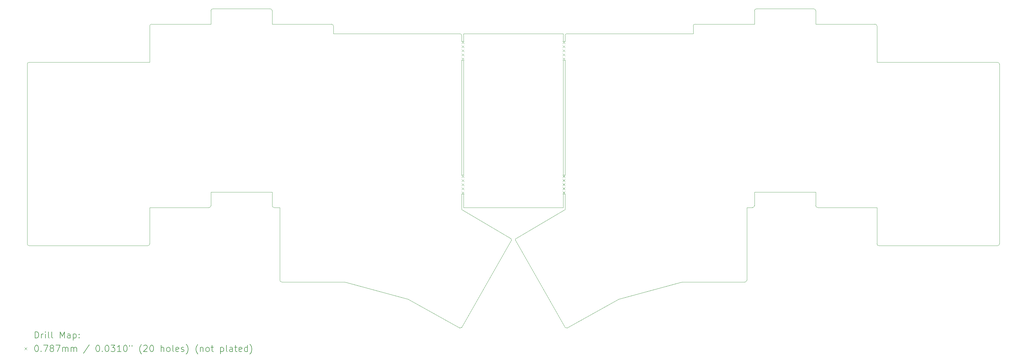
<source format=gbr>
%TF.GenerationSoftware,KiCad,Pcbnew,7.0.2-6a45011f42~172~ubuntu22.04.1*%
%TF.CreationDate,2023-05-03T16:22:16+02:00*%
%TF.ProjectId,bottom,626f7474-6f6d-42e6-9b69-6361645f7063,rev?*%
%TF.SameCoordinates,Original*%
%TF.FileFunction,Drillmap*%
%TF.FilePolarity,Positive*%
%FSLAX45Y45*%
G04 Gerber Fmt 4.5, Leading zero omitted, Abs format (unit mm)*
G04 Created by KiCad (PCBNEW 7.0.2-6a45011f42~172~ubuntu22.04.1) date 2023-05-03 16:22:16*
%MOMM*%
%LPD*%
G01*
G04 APERTURE LIST*
%ADD10C,0.100000*%
%ADD11C,0.200000*%
%ADD12C,0.078740*%
G04 APERTURE END LIST*
D10*
X18727093Y-8283243D02*
X18786625Y-8283243D01*
X21941784Y-17195502D02*
G75*
G03*
X22001315Y-17212938I44656J42122D01*
G01*
X18667562Y-8045118D02*
X14738496Y-8045118D01*
X20411407Y-14432404D02*
G75*
G03*
X20393970Y-14474498I42143J-42116D01*
G01*
X18727093Y-8878556D02*
X18786625Y-8878556D01*
X18727093Y-13045747D02*
X18786624Y-13045747D01*
X18727093Y-8938087D02*
X18727093Y-8878556D01*
X5273019Y-8938088D02*
G75*
G03*
X5213488Y-8997619I11J-59542D01*
G01*
X27894913Y-7271212D02*
G75*
G03*
X27835382Y-7330742I-13J-59518D01*
G01*
X21941783Y-13521997D02*
X20411406Y-14432403D01*
X12833494Y-13402935D02*
G75*
G03*
X12893026Y-13462466I59526J-5D01*
G01*
X10928493Y-7330742D02*
X10928493Y-7747461D01*
X18727093Y-8104649D02*
X18727093Y-8283243D01*
X14738499Y-7806993D02*
G75*
G03*
X14678965Y-7747461I-59529J3D01*
G01*
X25930380Y-8045118D02*
X22001315Y-8045118D01*
X20257471Y-14432403D02*
X18727093Y-13521998D01*
X13071623Y-15724655D02*
G75*
G03*
X13131151Y-15784187I59537J5D01*
G01*
X14678965Y-7747461D02*
X12833495Y-7747462D01*
X21882252Y-12450434D02*
X21882252Y-8878556D01*
X12833489Y-7330742D02*
G75*
G03*
X12773963Y-7271211I-59519J12D01*
G01*
X9083022Y-7747461D02*
G75*
G03*
X9023491Y-7806993I-2J-59529D01*
G01*
X18786624Y-8045118D02*
X18786625Y-8283243D01*
X31645386Y-13462466D02*
X31645385Y-14593561D01*
X10928493Y-7747461D02*
X9083022Y-7747461D01*
X9023491Y-7806993D02*
X9023491Y-8938088D01*
X25573193Y-15784187D02*
X27537725Y-15784187D01*
X9023491Y-13462466D02*
X10868962Y-13462466D01*
X29740384Y-7747461D02*
X29740383Y-7330742D01*
X31645378Y-7806993D02*
G75*
G03*
X31585854Y-7747462I-59518J13D01*
G01*
X27775851Y-13462472D02*
G75*
G03*
X27835382Y-13402935I-31J59562D01*
G01*
X27835382Y-7330742D02*
X27835382Y-7747461D01*
X18786625Y-13462466D02*
X21882252Y-13462466D01*
X10928493Y-12986216D02*
X12833495Y-12986216D01*
X27597257Y-15724655D02*
X27597257Y-13462466D01*
X18727093Y-17195502D02*
X20274907Y-14474498D01*
X21882252Y-8045118D02*
X18786624Y-8045118D01*
X12833495Y-7747462D02*
X12833494Y-7330742D01*
X13071620Y-13462466D02*
X13071620Y-15724655D01*
X18727093Y-12450434D02*
X18727093Y-8938087D01*
X21882252Y-13462466D02*
X21882252Y-13045747D01*
X15095684Y-15784186D02*
X17060217Y-16319969D01*
X18667563Y-17212935D02*
G75*
G03*
X18727093Y-17195502I14877J59555D01*
G01*
X27537725Y-15784187D02*
G75*
G03*
X27597257Y-15724655I5J59527D01*
G01*
X21941783Y-12450434D02*
X21882252Y-12450434D01*
X29680852Y-7271211D02*
X27894913Y-7271211D01*
X9023491Y-8938088D02*
X5273019Y-8938087D01*
X10988024Y-7271203D02*
G75*
G03*
X10928493Y-7330742I6J-59537D01*
G01*
X20393970Y-14474498D02*
X21941783Y-17195502D01*
X12833495Y-12986216D02*
X12833494Y-13402935D01*
X13131151Y-15784187D02*
X15095684Y-15784186D01*
X29799915Y-13462466D02*
X31645386Y-13462466D01*
X29740384Y-13402935D02*
G75*
G03*
X29799915Y-13462466I59546J15D01*
G01*
X5213488Y-8997619D02*
X5213488Y-14593560D01*
X5213488Y-14593560D02*
G75*
G03*
X5273020Y-14653092I59522J-10D01*
G01*
X17060217Y-16319969D02*
X18667562Y-17212938D01*
X14738496Y-8045118D02*
X14738496Y-7806993D01*
X10868962Y-13462463D02*
G75*
G03*
X10928493Y-13402935I8J59523D01*
G01*
X22001315Y-8045123D02*
G75*
G03*
X21941783Y-8104649I5J-59537D01*
G01*
X18727092Y-8104649D02*
G75*
G03*
X18667562Y-8045118I-59522J9D01*
G01*
X31645385Y-8938087D02*
X31645385Y-7806993D01*
X21882252Y-8283243D02*
X21882252Y-8045118D01*
X8963960Y-14653101D02*
G75*
G03*
X9023491Y-14593561I0J59531D01*
G01*
X12893026Y-13462466D02*
X13071620Y-13462466D01*
X9023491Y-14593561D02*
X9023491Y-13462466D01*
X21941784Y-8283243D02*
X21941783Y-8104649D01*
X21941783Y-13045747D02*
X21941783Y-13521997D01*
X12773963Y-7271211D02*
X10988024Y-7271211D01*
X18786624Y-13045747D02*
X18786625Y-13462466D01*
X20274907Y-14474498D02*
G75*
G03*
X20257471Y-14432403I-59487J18D01*
G01*
X21882252Y-13045747D02*
X21941783Y-13045747D01*
X10928493Y-13402935D02*
X10928493Y-12986216D01*
X18786625Y-8878556D02*
X18786625Y-8938087D01*
X27835382Y-12986216D02*
X29740384Y-12986215D01*
X21882252Y-8878556D02*
X21941783Y-8878556D01*
X35395857Y-14653098D02*
G75*
G03*
X35455388Y-14593561I-7J59538D01*
G01*
X21941783Y-8878556D02*
X21941783Y-12450434D01*
X18786625Y-8938087D02*
X18786624Y-12450434D01*
X31645388Y-14593561D02*
G75*
G03*
X31704917Y-14653092I59532J1D01*
G01*
X35455388Y-14593561D02*
X35455388Y-8997618D01*
X18786624Y-12450434D02*
X18727093Y-12450434D01*
X27597257Y-13462466D02*
X27775851Y-13462466D01*
X31704917Y-14653092D02*
X35395857Y-14653092D01*
X25930381Y-7806993D02*
X25930380Y-8045118D01*
X35455393Y-8997618D02*
G75*
G03*
X35395857Y-8938087I-59533J-2D01*
G01*
X27835382Y-7747461D02*
X25989912Y-7747461D01*
X27835382Y-13402935D02*
X27835382Y-12986216D01*
X35395857Y-8938087D02*
X31645385Y-8938087D01*
X31585854Y-7747462D02*
X29740384Y-7747461D01*
X5273020Y-14653092D02*
X8963960Y-14653092D01*
X29740389Y-7330742D02*
G75*
G03*
X29680852Y-7271211I-59539J-8D01*
G01*
X29740384Y-12986215D02*
X29740383Y-13402935D01*
X21882252Y-8283243D02*
X21941784Y-8283243D01*
X23608660Y-16319969D02*
X25573193Y-15784187D01*
X18727093Y-13521998D02*
X18727093Y-13045747D01*
X22001315Y-17212938D02*
X23608660Y-16319969D01*
X25989912Y-7747461D02*
G75*
G03*
X25930381Y-7806993I8J-59539D01*
G01*
D11*
D12*
X18724115Y-8283713D02*
X18802855Y-8362453D01*
X18802855Y-8283713D02*
X18724115Y-8362453D01*
X18724115Y-8410713D02*
X18802855Y-8489453D01*
X18802855Y-8410713D02*
X18724115Y-8489453D01*
X18724115Y-8537713D02*
X18802855Y-8616453D01*
X18802855Y-8537713D02*
X18724115Y-8616453D01*
X18724115Y-8664713D02*
X18802855Y-8743453D01*
X18802855Y-8664713D02*
X18724115Y-8743453D01*
X18724115Y-8791713D02*
X18802855Y-8870453D01*
X18802855Y-8791713D02*
X18724115Y-8870453D01*
X18724115Y-12453713D02*
X18802855Y-12532453D01*
X18802855Y-12453713D02*
X18724115Y-12532453D01*
X18724115Y-12580713D02*
X18802855Y-12659453D01*
X18802855Y-12580713D02*
X18724115Y-12659453D01*
X18724115Y-12707713D02*
X18802855Y-12786453D01*
X18802855Y-12707713D02*
X18724115Y-12786453D01*
X18724115Y-12834713D02*
X18802855Y-12913453D01*
X18802855Y-12834713D02*
X18724115Y-12913453D01*
X18724115Y-12961713D02*
X18802855Y-13040453D01*
X18802855Y-12961713D02*
X18724115Y-13040453D01*
X21866100Y-8284713D02*
X21944840Y-8363453D01*
X21944840Y-8284713D02*
X21866100Y-8363453D01*
X21866100Y-8411713D02*
X21944840Y-8490453D01*
X21944840Y-8411713D02*
X21866100Y-8490453D01*
X21866100Y-8538713D02*
X21944840Y-8617453D01*
X21944840Y-8538713D02*
X21866100Y-8617453D01*
X21866100Y-8665713D02*
X21944840Y-8744453D01*
X21944840Y-8665713D02*
X21866100Y-8744453D01*
X21866100Y-8792713D02*
X21944840Y-8871453D01*
X21944840Y-8792713D02*
X21866100Y-8871453D01*
X21868715Y-12452213D02*
X21947455Y-12530953D01*
X21947455Y-12452213D02*
X21868715Y-12530953D01*
X21868715Y-12579213D02*
X21947455Y-12657953D01*
X21947455Y-12579213D02*
X21868715Y-12657953D01*
X21868715Y-12706213D02*
X21947455Y-12784953D01*
X21947455Y-12706213D02*
X21868715Y-12784953D01*
X21868715Y-12833213D02*
X21947455Y-12911953D01*
X21947455Y-12833213D02*
X21868715Y-12911953D01*
X21868715Y-12960213D02*
X21947455Y-13038953D01*
X21947455Y-12960213D02*
X21868715Y-13038953D01*
D11*
X5456107Y-17532291D02*
X5456107Y-17332291D01*
X5456107Y-17332291D02*
X5503726Y-17332291D01*
X5503726Y-17332291D02*
X5532297Y-17341815D01*
X5532297Y-17341815D02*
X5551345Y-17360863D01*
X5551345Y-17360863D02*
X5560869Y-17379910D01*
X5560869Y-17379910D02*
X5570392Y-17418005D01*
X5570392Y-17418005D02*
X5570392Y-17446577D01*
X5570392Y-17446577D02*
X5560869Y-17484672D01*
X5560869Y-17484672D02*
X5551345Y-17503720D01*
X5551345Y-17503720D02*
X5532297Y-17522767D01*
X5532297Y-17522767D02*
X5503726Y-17532291D01*
X5503726Y-17532291D02*
X5456107Y-17532291D01*
X5656107Y-17532291D02*
X5656107Y-17398958D01*
X5656107Y-17437053D02*
X5665630Y-17418005D01*
X5665630Y-17418005D02*
X5675154Y-17408482D01*
X5675154Y-17408482D02*
X5694202Y-17398958D01*
X5694202Y-17398958D02*
X5713250Y-17398958D01*
X5779916Y-17532291D02*
X5779916Y-17398958D01*
X5779916Y-17332291D02*
X5770392Y-17341815D01*
X5770392Y-17341815D02*
X5779916Y-17351339D01*
X5779916Y-17351339D02*
X5789440Y-17341815D01*
X5789440Y-17341815D02*
X5779916Y-17332291D01*
X5779916Y-17332291D02*
X5779916Y-17351339D01*
X5903726Y-17532291D02*
X5884678Y-17522767D01*
X5884678Y-17522767D02*
X5875154Y-17503720D01*
X5875154Y-17503720D02*
X5875154Y-17332291D01*
X6008488Y-17532291D02*
X5989440Y-17522767D01*
X5989440Y-17522767D02*
X5979916Y-17503720D01*
X5979916Y-17503720D02*
X5979916Y-17332291D01*
X6237059Y-17532291D02*
X6237059Y-17332291D01*
X6237059Y-17332291D02*
X6303726Y-17475148D01*
X6303726Y-17475148D02*
X6370392Y-17332291D01*
X6370392Y-17332291D02*
X6370392Y-17532291D01*
X6551345Y-17532291D02*
X6551345Y-17427529D01*
X6551345Y-17427529D02*
X6541821Y-17408482D01*
X6541821Y-17408482D02*
X6522773Y-17398958D01*
X6522773Y-17398958D02*
X6484678Y-17398958D01*
X6484678Y-17398958D02*
X6465630Y-17408482D01*
X6551345Y-17522767D02*
X6532297Y-17532291D01*
X6532297Y-17532291D02*
X6484678Y-17532291D01*
X6484678Y-17532291D02*
X6465630Y-17522767D01*
X6465630Y-17522767D02*
X6456107Y-17503720D01*
X6456107Y-17503720D02*
X6456107Y-17484672D01*
X6456107Y-17484672D02*
X6465630Y-17465625D01*
X6465630Y-17465625D02*
X6484678Y-17456101D01*
X6484678Y-17456101D02*
X6532297Y-17456101D01*
X6532297Y-17456101D02*
X6551345Y-17446577D01*
X6646583Y-17398958D02*
X6646583Y-17598958D01*
X6646583Y-17408482D02*
X6665630Y-17398958D01*
X6665630Y-17398958D02*
X6703726Y-17398958D01*
X6703726Y-17398958D02*
X6722773Y-17408482D01*
X6722773Y-17408482D02*
X6732297Y-17418005D01*
X6732297Y-17418005D02*
X6741821Y-17437053D01*
X6741821Y-17437053D02*
X6741821Y-17494196D01*
X6741821Y-17494196D02*
X6732297Y-17513244D01*
X6732297Y-17513244D02*
X6722773Y-17522767D01*
X6722773Y-17522767D02*
X6703726Y-17532291D01*
X6703726Y-17532291D02*
X6665630Y-17532291D01*
X6665630Y-17532291D02*
X6646583Y-17522767D01*
X6827535Y-17513244D02*
X6837059Y-17522767D01*
X6837059Y-17522767D02*
X6827535Y-17532291D01*
X6827535Y-17532291D02*
X6818011Y-17522767D01*
X6818011Y-17522767D02*
X6827535Y-17513244D01*
X6827535Y-17513244D02*
X6827535Y-17532291D01*
X6827535Y-17408482D02*
X6837059Y-17418005D01*
X6837059Y-17418005D02*
X6827535Y-17427529D01*
X6827535Y-17427529D02*
X6818011Y-17418005D01*
X6818011Y-17418005D02*
X6827535Y-17408482D01*
X6827535Y-17408482D02*
X6827535Y-17427529D01*
D12*
X5129748Y-17820397D02*
X5208488Y-17899137D01*
X5208488Y-17820397D02*
X5129748Y-17899137D01*
D11*
X5494202Y-17752291D02*
X5513250Y-17752291D01*
X5513250Y-17752291D02*
X5532297Y-17761815D01*
X5532297Y-17761815D02*
X5541821Y-17771339D01*
X5541821Y-17771339D02*
X5551345Y-17790386D01*
X5551345Y-17790386D02*
X5560869Y-17828482D01*
X5560869Y-17828482D02*
X5560869Y-17876101D01*
X5560869Y-17876101D02*
X5551345Y-17914196D01*
X5551345Y-17914196D02*
X5541821Y-17933244D01*
X5541821Y-17933244D02*
X5532297Y-17942767D01*
X5532297Y-17942767D02*
X5513250Y-17952291D01*
X5513250Y-17952291D02*
X5494202Y-17952291D01*
X5494202Y-17952291D02*
X5475154Y-17942767D01*
X5475154Y-17942767D02*
X5465631Y-17933244D01*
X5465631Y-17933244D02*
X5456107Y-17914196D01*
X5456107Y-17914196D02*
X5446583Y-17876101D01*
X5446583Y-17876101D02*
X5446583Y-17828482D01*
X5446583Y-17828482D02*
X5456107Y-17790386D01*
X5456107Y-17790386D02*
X5465631Y-17771339D01*
X5465631Y-17771339D02*
X5475154Y-17761815D01*
X5475154Y-17761815D02*
X5494202Y-17752291D01*
X5646583Y-17933244D02*
X5656107Y-17942767D01*
X5656107Y-17942767D02*
X5646583Y-17952291D01*
X5646583Y-17952291D02*
X5637059Y-17942767D01*
X5637059Y-17942767D02*
X5646583Y-17933244D01*
X5646583Y-17933244D02*
X5646583Y-17952291D01*
X5722773Y-17752291D02*
X5856107Y-17752291D01*
X5856107Y-17752291D02*
X5770392Y-17952291D01*
X5960869Y-17838005D02*
X5941821Y-17828482D01*
X5941821Y-17828482D02*
X5932297Y-17818958D01*
X5932297Y-17818958D02*
X5922773Y-17799910D01*
X5922773Y-17799910D02*
X5922773Y-17790386D01*
X5922773Y-17790386D02*
X5932297Y-17771339D01*
X5932297Y-17771339D02*
X5941821Y-17761815D01*
X5941821Y-17761815D02*
X5960869Y-17752291D01*
X5960869Y-17752291D02*
X5998964Y-17752291D01*
X5998964Y-17752291D02*
X6018011Y-17761815D01*
X6018011Y-17761815D02*
X6027535Y-17771339D01*
X6027535Y-17771339D02*
X6037059Y-17790386D01*
X6037059Y-17790386D02*
X6037059Y-17799910D01*
X6037059Y-17799910D02*
X6027535Y-17818958D01*
X6027535Y-17818958D02*
X6018011Y-17828482D01*
X6018011Y-17828482D02*
X5998964Y-17838005D01*
X5998964Y-17838005D02*
X5960869Y-17838005D01*
X5960869Y-17838005D02*
X5941821Y-17847529D01*
X5941821Y-17847529D02*
X5932297Y-17857053D01*
X5932297Y-17857053D02*
X5922773Y-17876101D01*
X5922773Y-17876101D02*
X5922773Y-17914196D01*
X5922773Y-17914196D02*
X5932297Y-17933244D01*
X5932297Y-17933244D02*
X5941821Y-17942767D01*
X5941821Y-17942767D02*
X5960869Y-17952291D01*
X5960869Y-17952291D02*
X5998964Y-17952291D01*
X5998964Y-17952291D02*
X6018011Y-17942767D01*
X6018011Y-17942767D02*
X6027535Y-17933244D01*
X6027535Y-17933244D02*
X6037059Y-17914196D01*
X6037059Y-17914196D02*
X6037059Y-17876101D01*
X6037059Y-17876101D02*
X6027535Y-17857053D01*
X6027535Y-17857053D02*
X6018011Y-17847529D01*
X6018011Y-17847529D02*
X5998964Y-17838005D01*
X6103726Y-17752291D02*
X6237059Y-17752291D01*
X6237059Y-17752291D02*
X6151345Y-17952291D01*
X6313250Y-17952291D02*
X6313250Y-17818958D01*
X6313250Y-17838005D02*
X6322773Y-17828482D01*
X6322773Y-17828482D02*
X6341821Y-17818958D01*
X6341821Y-17818958D02*
X6370392Y-17818958D01*
X6370392Y-17818958D02*
X6389440Y-17828482D01*
X6389440Y-17828482D02*
X6398964Y-17847529D01*
X6398964Y-17847529D02*
X6398964Y-17952291D01*
X6398964Y-17847529D02*
X6408488Y-17828482D01*
X6408488Y-17828482D02*
X6427535Y-17818958D01*
X6427535Y-17818958D02*
X6456107Y-17818958D01*
X6456107Y-17818958D02*
X6475154Y-17828482D01*
X6475154Y-17828482D02*
X6484678Y-17847529D01*
X6484678Y-17847529D02*
X6484678Y-17952291D01*
X6579916Y-17952291D02*
X6579916Y-17818958D01*
X6579916Y-17838005D02*
X6589440Y-17828482D01*
X6589440Y-17828482D02*
X6608488Y-17818958D01*
X6608488Y-17818958D02*
X6637059Y-17818958D01*
X6637059Y-17818958D02*
X6656107Y-17828482D01*
X6656107Y-17828482D02*
X6665631Y-17847529D01*
X6665631Y-17847529D02*
X6665631Y-17952291D01*
X6665631Y-17847529D02*
X6675154Y-17828482D01*
X6675154Y-17828482D02*
X6694202Y-17818958D01*
X6694202Y-17818958D02*
X6722773Y-17818958D01*
X6722773Y-17818958D02*
X6741821Y-17828482D01*
X6741821Y-17828482D02*
X6751345Y-17847529D01*
X6751345Y-17847529D02*
X6751345Y-17952291D01*
X7141821Y-17742767D02*
X6970393Y-17999910D01*
X7398964Y-17752291D02*
X7418012Y-17752291D01*
X7418012Y-17752291D02*
X7437059Y-17761815D01*
X7437059Y-17761815D02*
X7446583Y-17771339D01*
X7446583Y-17771339D02*
X7456107Y-17790386D01*
X7456107Y-17790386D02*
X7465631Y-17828482D01*
X7465631Y-17828482D02*
X7465631Y-17876101D01*
X7465631Y-17876101D02*
X7456107Y-17914196D01*
X7456107Y-17914196D02*
X7446583Y-17933244D01*
X7446583Y-17933244D02*
X7437059Y-17942767D01*
X7437059Y-17942767D02*
X7418012Y-17952291D01*
X7418012Y-17952291D02*
X7398964Y-17952291D01*
X7398964Y-17952291D02*
X7379916Y-17942767D01*
X7379916Y-17942767D02*
X7370393Y-17933244D01*
X7370393Y-17933244D02*
X7360869Y-17914196D01*
X7360869Y-17914196D02*
X7351345Y-17876101D01*
X7351345Y-17876101D02*
X7351345Y-17828482D01*
X7351345Y-17828482D02*
X7360869Y-17790386D01*
X7360869Y-17790386D02*
X7370393Y-17771339D01*
X7370393Y-17771339D02*
X7379916Y-17761815D01*
X7379916Y-17761815D02*
X7398964Y-17752291D01*
X7551345Y-17933244D02*
X7560869Y-17942767D01*
X7560869Y-17942767D02*
X7551345Y-17952291D01*
X7551345Y-17952291D02*
X7541821Y-17942767D01*
X7541821Y-17942767D02*
X7551345Y-17933244D01*
X7551345Y-17933244D02*
X7551345Y-17952291D01*
X7684678Y-17752291D02*
X7703726Y-17752291D01*
X7703726Y-17752291D02*
X7722774Y-17761815D01*
X7722774Y-17761815D02*
X7732297Y-17771339D01*
X7732297Y-17771339D02*
X7741821Y-17790386D01*
X7741821Y-17790386D02*
X7751345Y-17828482D01*
X7751345Y-17828482D02*
X7751345Y-17876101D01*
X7751345Y-17876101D02*
X7741821Y-17914196D01*
X7741821Y-17914196D02*
X7732297Y-17933244D01*
X7732297Y-17933244D02*
X7722774Y-17942767D01*
X7722774Y-17942767D02*
X7703726Y-17952291D01*
X7703726Y-17952291D02*
X7684678Y-17952291D01*
X7684678Y-17952291D02*
X7665631Y-17942767D01*
X7665631Y-17942767D02*
X7656107Y-17933244D01*
X7656107Y-17933244D02*
X7646583Y-17914196D01*
X7646583Y-17914196D02*
X7637059Y-17876101D01*
X7637059Y-17876101D02*
X7637059Y-17828482D01*
X7637059Y-17828482D02*
X7646583Y-17790386D01*
X7646583Y-17790386D02*
X7656107Y-17771339D01*
X7656107Y-17771339D02*
X7665631Y-17761815D01*
X7665631Y-17761815D02*
X7684678Y-17752291D01*
X7818012Y-17752291D02*
X7941821Y-17752291D01*
X7941821Y-17752291D02*
X7875154Y-17828482D01*
X7875154Y-17828482D02*
X7903726Y-17828482D01*
X7903726Y-17828482D02*
X7922774Y-17838005D01*
X7922774Y-17838005D02*
X7932297Y-17847529D01*
X7932297Y-17847529D02*
X7941821Y-17866577D01*
X7941821Y-17866577D02*
X7941821Y-17914196D01*
X7941821Y-17914196D02*
X7932297Y-17933244D01*
X7932297Y-17933244D02*
X7922774Y-17942767D01*
X7922774Y-17942767D02*
X7903726Y-17952291D01*
X7903726Y-17952291D02*
X7846583Y-17952291D01*
X7846583Y-17952291D02*
X7827535Y-17942767D01*
X7827535Y-17942767D02*
X7818012Y-17933244D01*
X8132297Y-17952291D02*
X8018012Y-17952291D01*
X8075154Y-17952291D02*
X8075154Y-17752291D01*
X8075154Y-17752291D02*
X8056107Y-17780863D01*
X8056107Y-17780863D02*
X8037059Y-17799910D01*
X8037059Y-17799910D02*
X8018012Y-17809434D01*
X8256107Y-17752291D02*
X8275155Y-17752291D01*
X8275155Y-17752291D02*
X8294202Y-17761815D01*
X8294202Y-17761815D02*
X8303726Y-17771339D01*
X8303726Y-17771339D02*
X8313250Y-17790386D01*
X8313250Y-17790386D02*
X8322774Y-17828482D01*
X8322774Y-17828482D02*
X8322774Y-17876101D01*
X8322774Y-17876101D02*
X8313250Y-17914196D01*
X8313250Y-17914196D02*
X8303726Y-17933244D01*
X8303726Y-17933244D02*
X8294202Y-17942767D01*
X8294202Y-17942767D02*
X8275155Y-17952291D01*
X8275155Y-17952291D02*
X8256107Y-17952291D01*
X8256107Y-17952291D02*
X8237059Y-17942767D01*
X8237059Y-17942767D02*
X8227535Y-17933244D01*
X8227535Y-17933244D02*
X8218012Y-17914196D01*
X8218012Y-17914196D02*
X8208488Y-17876101D01*
X8208488Y-17876101D02*
X8208488Y-17828482D01*
X8208488Y-17828482D02*
X8218012Y-17790386D01*
X8218012Y-17790386D02*
X8227535Y-17771339D01*
X8227535Y-17771339D02*
X8237059Y-17761815D01*
X8237059Y-17761815D02*
X8256107Y-17752291D01*
X8398964Y-17752291D02*
X8398964Y-17790386D01*
X8475155Y-17752291D02*
X8475155Y-17790386D01*
X8770393Y-18028482D02*
X8760869Y-18018958D01*
X8760869Y-18018958D02*
X8741821Y-17990386D01*
X8741821Y-17990386D02*
X8732298Y-17971339D01*
X8732298Y-17971339D02*
X8722774Y-17942767D01*
X8722774Y-17942767D02*
X8713250Y-17895148D01*
X8713250Y-17895148D02*
X8713250Y-17857053D01*
X8713250Y-17857053D02*
X8722774Y-17809434D01*
X8722774Y-17809434D02*
X8732298Y-17780863D01*
X8732298Y-17780863D02*
X8741821Y-17761815D01*
X8741821Y-17761815D02*
X8760869Y-17733244D01*
X8760869Y-17733244D02*
X8770393Y-17723720D01*
X8837059Y-17771339D02*
X8846583Y-17761815D01*
X8846583Y-17761815D02*
X8865631Y-17752291D01*
X8865631Y-17752291D02*
X8913250Y-17752291D01*
X8913250Y-17752291D02*
X8932298Y-17761815D01*
X8932298Y-17761815D02*
X8941821Y-17771339D01*
X8941821Y-17771339D02*
X8951345Y-17790386D01*
X8951345Y-17790386D02*
X8951345Y-17809434D01*
X8951345Y-17809434D02*
X8941821Y-17838005D01*
X8941821Y-17838005D02*
X8827536Y-17952291D01*
X8827536Y-17952291D02*
X8951345Y-17952291D01*
X9075155Y-17752291D02*
X9094202Y-17752291D01*
X9094202Y-17752291D02*
X9113250Y-17761815D01*
X9113250Y-17761815D02*
X9122774Y-17771339D01*
X9122774Y-17771339D02*
X9132298Y-17790386D01*
X9132298Y-17790386D02*
X9141821Y-17828482D01*
X9141821Y-17828482D02*
X9141821Y-17876101D01*
X9141821Y-17876101D02*
X9132298Y-17914196D01*
X9132298Y-17914196D02*
X9122774Y-17933244D01*
X9122774Y-17933244D02*
X9113250Y-17942767D01*
X9113250Y-17942767D02*
X9094202Y-17952291D01*
X9094202Y-17952291D02*
X9075155Y-17952291D01*
X9075155Y-17952291D02*
X9056107Y-17942767D01*
X9056107Y-17942767D02*
X9046583Y-17933244D01*
X9046583Y-17933244D02*
X9037059Y-17914196D01*
X9037059Y-17914196D02*
X9027536Y-17876101D01*
X9027536Y-17876101D02*
X9027536Y-17828482D01*
X9027536Y-17828482D02*
X9037059Y-17790386D01*
X9037059Y-17790386D02*
X9046583Y-17771339D01*
X9046583Y-17771339D02*
X9056107Y-17761815D01*
X9056107Y-17761815D02*
X9075155Y-17752291D01*
X9379917Y-17952291D02*
X9379917Y-17752291D01*
X9465631Y-17952291D02*
X9465631Y-17847529D01*
X9465631Y-17847529D02*
X9456107Y-17828482D01*
X9456107Y-17828482D02*
X9437060Y-17818958D01*
X9437060Y-17818958D02*
X9408488Y-17818958D01*
X9408488Y-17818958D02*
X9389440Y-17828482D01*
X9389440Y-17828482D02*
X9379917Y-17838005D01*
X9589440Y-17952291D02*
X9570393Y-17942767D01*
X9570393Y-17942767D02*
X9560869Y-17933244D01*
X9560869Y-17933244D02*
X9551345Y-17914196D01*
X9551345Y-17914196D02*
X9551345Y-17857053D01*
X9551345Y-17857053D02*
X9560869Y-17838005D01*
X9560869Y-17838005D02*
X9570393Y-17828482D01*
X9570393Y-17828482D02*
X9589440Y-17818958D01*
X9589440Y-17818958D02*
X9618012Y-17818958D01*
X9618012Y-17818958D02*
X9637060Y-17828482D01*
X9637060Y-17828482D02*
X9646583Y-17838005D01*
X9646583Y-17838005D02*
X9656107Y-17857053D01*
X9656107Y-17857053D02*
X9656107Y-17914196D01*
X9656107Y-17914196D02*
X9646583Y-17933244D01*
X9646583Y-17933244D02*
X9637060Y-17942767D01*
X9637060Y-17942767D02*
X9618012Y-17952291D01*
X9618012Y-17952291D02*
X9589440Y-17952291D01*
X9770393Y-17952291D02*
X9751345Y-17942767D01*
X9751345Y-17942767D02*
X9741821Y-17923720D01*
X9741821Y-17923720D02*
X9741821Y-17752291D01*
X9922774Y-17942767D02*
X9903726Y-17952291D01*
X9903726Y-17952291D02*
X9865631Y-17952291D01*
X9865631Y-17952291D02*
X9846583Y-17942767D01*
X9846583Y-17942767D02*
X9837060Y-17923720D01*
X9837060Y-17923720D02*
X9837060Y-17847529D01*
X9837060Y-17847529D02*
X9846583Y-17828482D01*
X9846583Y-17828482D02*
X9865631Y-17818958D01*
X9865631Y-17818958D02*
X9903726Y-17818958D01*
X9903726Y-17818958D02*
X9922774Y-17828482D01*
X9922774Y-17828482D02*
X9932298Y-17847529D01*
X9932298Y-17847529D02*
X9932298Y-17866577D01*
X9932298Y-17866577D02*
X9837060Y-17885625D01*
X10008488Y-17942767D02*
X10027536Y-17952291D01*
X10027536Y-17952291D02*
X10065631Y-17952291D01*
X10065631Y-17952291D02*
X10084679Y-17942767D01*
X10084679Y-17942767D02*
X10094202Y-17923720D01*
X10094202Y-17923720D02*
X10094202Y-17914196D01*
X10094202Y-17914196D02*
X10084679Y-17895148D01*
X10084679Y-17895148D02*
X10065631Y-17885625D01*
X10065631Y-17885625D02*
X10037060Y-17885625D01*
X10037060Y-17885625D02*
X10018012Y-17876101D01*
X10018012Y-17876101D02*
X10008488Y-17857053D01*
X10008488Y-17857053D02*
X10008488Y-17847529D01*
X10008488Y-17847529D02*
X10018012Y-17828482D01*
X10018012Y-17828482D02*
X10037060Y-17818958D01*
X10037060Y-17818958D02*
X10065631Y-17818958D01*
X10065631Y-17818958D02*
X10084679Y-17828482D01*
X10160869Y-18028482D02*
X10170393Y-18018958D01*
X10170393Y-18018958D02*
X10189441Y-17990386D01*
X10189441Y-17990386D02*
X10198964Y-17971339D01*
X10198964Y-17971339D02*
X10208488Y-17942767D01*
X10208488Y-17942767D02*
X10218012Y-17895148D01*
X10218012Y-17895148D02*
X10218012Y-17857053D01*
X10218012Y-17857053D02*
X10208488Y-17809434D01*
X10208488Y-17809434D02*
X10198964Y-17780863D01*
X10198964Y-17780863D02*
X10189441Y-17761815D01*
X10189441Y-17761815D02*
X10170393Y-17733244D01*
X10170393Y-17733244D02*
X10160869Y-17723720D01*
X10522774Y-18028482D02*
X10513250Y-18018958D01*
X10513250Y-18018958D02*
X10494202Y-17990386D01*
X10494202Y-17990386D02*
X10484679Y-17971339D01*
X10484679Y-17971339D02*
X10475155Y-17942767D01*
X10475155Y-17942767D02*
X10465631Y-17895148D01*
X10465631Y-17895148D02*
X10465631Y-17857053D01*
X10465631Y-17857053D02*
X10475155Y-17809434D01*
X10475155Y-17809434D02*
X10484679Y-17780863D01*
X10484679Y-17780863D02*
X10494202Y-17761815D01*
X10494202Y-17761815D02*
X10513250Y-17733244D01*
X10513250Y-17733244D02*
X10522774Y-17723720D01*
X10598964Y-17818958D02*
X10598964Y-17952291D01*
X10598964Y-17838005D02*
X10608488Y-17828482D01*
X10608488Y-17828482D02*
X10627536Y-17818958D01*
X10627536Y-17818958D02*
X10656107Y-17818958D01*
X10656107Y-17818958D02*
X10675155Y-17828482D01*
X10675155Y-17828482D02*
X10684679Y-17847529D01*
X10684679Y-17847529D02*
X10684679Y-17952291D01*
X10808488Y-17952291D02*
X10789441Y-17942767D01*
X10789441Y-17942767D02*
X10779917Y-17933244D01*
X10779917Y-17933244D02*
X10770393Y-17914196D01*
X10770393Y-17914196D02*
X10770393Y-17857053D01*
X10770393Y-17857053D02*
X10779917Y-17838005D01*
X10779917Y-17838005D02*
X10789441Y-17828482D01*
X10789441Y-17828482D02*
X10808488Y-17818958D01*
X10808488Y-17818958D02*
X10837060Y-17818958D01*
X10837060Y-17818958D02*
X10856107Y-17828482D01*
X10856107Y-17828482D02*
X10865631Y-17838005D01*
X10865631Y-17838005D02*
X10875155Y-17857053D01*
X10875155Y-17857053D02*
X10875155Y-17914196D01*
X10875155Y-17914196D02*
X10865631Y-17933244D01*
X10865631Y-17933244D02*
X10856107Y-17942767D01*
X10856107Y-17942767D02*
X10837060Y-17952291D01*
X10837060Y-17952291D02*
X10808488Y-17952291D01*
X10932298Y-17818958D02*
X11008488Y-17818958D01*
X10960869Y-17752291D02*
X10960869Y-17923720D01*
X10960869Y-17923720D02*
X10970393Y-17942767D01*
X10970393Y-17942767D02*
X10989441Y-17952291D01*
X10989441Y-17952291D02*
X11008488Y-17952291D01*
X11227536Y-17818958D02*
X11227536Y-18018958D01*
X11227536Y-17828482D02*
X11246583Y-17818958D01*
X11246583Y-17818958D02*
X11284679Y-17818958D01*
X11284679Y-17818958D02*
X11303726Y-17828482D01*
X11303726Y-17828482D02*
X11313250Y-17838005D01*
X11313250Y-17838005D02*
X11322774Y-17857053D01*
X11322774Y-17857053D02*
X11322774Y-17914196D01*
X11322774Y-17914196D02*
X11313250Y-17933244D01*
X11313250Y-17933244D02*
X11303726Y-17942767D01*
X11303726Y-17942767D02*
X11284679Y-17952291D01*
X11284679Y-17952291D02*
X11246583Y-17952291D01*
X11246583Y-17952291D02*
X11227536Y-17942767D01*
X11437060Y-17952291D02*
X11418012Y-17942767D01*
X11418012Y-17942767D02*
X11408488Y-17923720D01*
X11408488Y-17923720D02*
X11408488Y-17752291D01*
X11598964Y-17952291D02*
X11598964Y-17847529D01*
X11598964Y-17847529D02*
X11589441Y-17828482D01*
X11589441Y-17828482D02*
X11570393Y-17818958D01*
X11570393Y-17818958D02*
X11532298Y-17818958D01*
X11532298Y-17818958D02*
X11513250Y-17828482D01*
X11598964Y-17942767D02*
X11579917Y-17952291D01*
X11579917Y-17952291D02*
X11532298Y-17952291D01*
X11532298Y-17952291D02*
X11513250Y-17942767D01*
X11513250Y-17942767D02*
X11503726Y-17923720D01*
X11503726Y-17923720D02*
X11503726Y-17904672D01*
X11503726Y-17904672D02*
X11513250Y-17885625D01*
X11513250Y-17885625D02*
X11532298Y-17876101D01*
X11532298Y-17876101D02*
X11579917Y-17876101D01*
X11579917Y-17876101D02*
X11598964Y-17866577D01*
X11665631Y-17818958D02*
X11741821Y-17818958D01*
X11694202Y-17752291D02*
X11694202Y-17923720D01*
X11694202Y-17923720D02*
X11703726Y-17942767D01*
X11703726Y-17942767D02*
X11722774Y-17952291D01*
X11722774Y-17952291D02*
X11741821Y-17952291D01*
X11884679Y-17942767D02*
X11865631Y-17952291D01*
X11865631Y-17952291D02*
X11827536Y-17952291D01*
X11827536Y-17952291D02*
X11808488Y-17942767D01*
X11808488Y-17942767D02*
X11798964Y-17923720D01*
X11798964Y-17923720D02*
X11798964Y-17847529D01*
X11798964Y-17847529D02*
X11808488Y-17828482D01*
X11808488Y-17828482D02*
X11827536Y-17818958D01*
X11827536Y-17818958D02*
X11865631Y-17818958D01*
X11865631Y-17818958D02*
X11884679Y-17828482D01*
X11884679Y-17828482D02*
X11894202Y-17847529D01*
X11894202Y-17847529D02*
X11894202Y-17866577D01*
X11894202Y-17866577D02*
X11798964Y-17885625D01*
X12065631Y-17952291D02*
X12065631Y-17752291D01*
X12065631Y-17942767D02*
X12046583Y-17952291D01*
X12046583Y-17952291D02*
X12008488Y-17952291D01*
X12008488Y-17952291D02*
X11989441Y-17942767D01*
X11989441Y-17942767D02*
X11979917Y-17933244D01*
X11979917Y-17933244D02*
X11970393Y-17914196D01*
X11970393Y-17914196D02*
X11970393Y-17857053D01*
X11970393Y-17857053D02*
X11979917Y-17838005D01*
X11979917Y-17838005D02*
X11989441Y-17828482D01*
X11989441Y-17828482D02*
X12008488Y-17818958D01*
X12008488Y-17818958D02*
X12046583Y-17818958D01*
X12046583Y-17818958D02*
X12065631Y-17828482D01*
X12141822Y-18028482D02*
X12151345Y-18018958D01*
X12151345Y-18018958D02*
X12170393Y-17990386D01*
X12170393Y-17990386D02*
X12179917Y-17971339D01*
X12179917Y-17971339D02*
X12189441Y-17942767D01*
X12189441Y-17942767D02*
X12198964Y-17895148D01*
X12198964Y-17895148D02*
X12198964Y-17857053D01*
X12198964Y-17857053D02*
X12189441Y-17809434D01*
X12189441Y-17809434D02*
X12179917Y-17780863D01*
X12179917Y-17780863D02*
X12170393Y-17761815D01*
X12170393Y-17761815D02*
X12151345Y-17733244D01*
X12151345Y-17733244D02*
X12141822Y-17723720D01*
M02*

</source>
